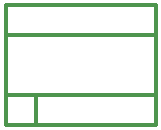
<source format=gto>
G04 (created by PCBNEW-RS274X (2010-12-23 BZR 2684)-stable) date 1/20/2012 10:15:11 PM*
G01*
G70*
G90*
%MOIN*%
G04 Gerber Fmt 3.4, Leading zero omitted, Abs format*
%FSLAX34Y34*%
G04 APERTURE LIST*
%ADD10C,0.006000*%
%ADD11C,0.012000*%
%ADD12C,0.080000*%
%ADD13R,0.080000X0.080000*%
G04 APERTURE END LIST*
G54D10*
G54D11*
X66000Y-41000D02*
X71000Y-41000D01*
X71000Y-41000D02*
X71000Y-42000D01*
X71000Y-42000D02*
X66000Y-42000D01*
X66000Y-42000D02*
X66000Y-41000D01*
X66000Y-42000D02*
X71000Y-42000D01*
X71000Y-42000D02*
X71000Y-44000D01*
X71000Y-44000D02*
X66000Y-44000D01*
X66000Y-44000D02*
X66000Y-42000D01*
X67000Y-44000D02*
X67000Y-45000D01*
X66000Y-44000D02*
X66000Y-45000D01*
X71000Y-45000D02*
X71000Y-44000D01*
X66000Y-44000D02*
X71000Y-44000D01*
X71000Y-45000D02*
X66000Y-45000D01*
%LPC*%
G54D12*
X66500Y-41500D03*
X67500Y-41500D03*
X68500Y-41500D03*
X69500Y-41500D03*
X70500Y-41500D03*
G54D13*
X66500Y-43500D03*
G54D12*
X66500Y-42500D03*
X67500Y-43500D03*
X67500Y-42500D03*
X68500Y-43500D03*
X68500Y-42500D03*
X69500Y-43500D03*
X69500Y-42500D03*
X70500Y-43500D03*
X70500Y-42500D03*
G54D13*
X66500Y-44500D03*
G54D12*
X67500Y-44500D03*
X68500Y-44500D03*
X69500Y-44500D03*
X70500Y-44500D03*
M02*

</source>
